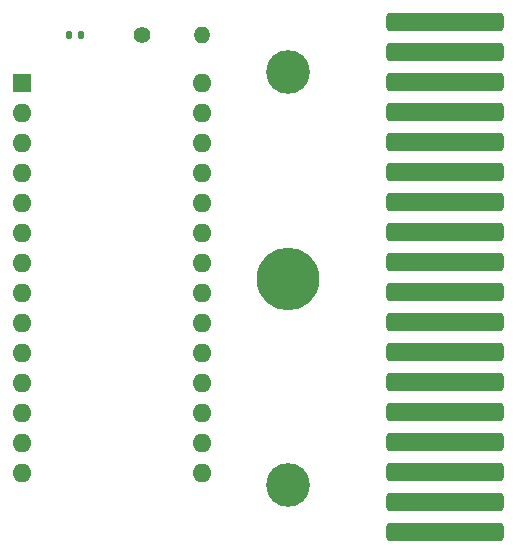
<source format=gts>
G04 #@! TF.GenerationSoftware,KiCad,Pcbnew,8.0.1*
G04 #@! TF.CreationDate,2024-04-03T00:25:32+02:00*
G04 #@! TF.ProjectId,vectrex_cart_v1,76656374-7265-4785-9f63-6172745f7631,V0.1*
G04 #@! TF.SameCoordinates,Original*
G04 #@! TF.FileFunction,Soldermask,Top*
G04 #@! TF.FilePolarity,Negative*
%FSLAX46Y46*%
G04 Gerber Fmt 4.6, Leading zero omitted, Abs format (unit mm)*
G04 Created by KiCad (PCBNEW 8.0.1) date 2024-04-03 00:25:32*
%MOMM*%
%LPD*%
G01*
G04 APERTURE LIST*
G04 Aperture macros list*
%AMRoundRect*
0 Rectangle with rounded corners*
0 $1 Rounding radius*
0 $2 $3 $4 $5 $6 $7 $8 $9 X,Y pos of 4 corners*
0 Add a 4 corners polygon primitive as box body*
4,1,4,$2,$3,$4,$5,$6,$7,$8,$9,$2,$3,0*
0 Add four circle primitives for the rounded corners*
1,1,$1+$1,$2,$3*
1,1,$1+$1,$4,$5*
1,1,$1+$1,$6,$7*
1,1,$1+$1,$8,$9*
0 Add four rect primitives between the rounded corners*
20,1,$1+$1,$2,$3,$4,$5,0*
20,1,$1+$1,$4,$5,$6,$7,0*
20,1,$1+$1,$6,$7,$8,$9,0*
20,1,$1+$1,$8,$9,$2,$3,0*%
G04 Aperture macros list end*
%ADD10C,5.300000*%
%ADD11RoundRect,0.135000X0.135000X0.185000X-0.135000X0.185000X-0.135000X-0.185000X0.135000X-0.185000X0*%
%ADD12RoundRect,0.400000X-4.600000X0.400000X-4.600000X-0.400000X4.600000X-0.400000X4.600000X0.400000X0*%
%ADD13C,3.700000*%
%ADD14C,1.400000*%
%ADD15O,1.400000X1.400000*%
%ADD16R,1.600000X1.600000*%
%ADD17O,1.600000X1.600000*%
G04 APERTURE END LIST*
D10*
X117517200Y-68105600D03*
D11*
X100010000Y-47500000D03*
X98990000Y-47500000D03*
D12*
X130810200Y-46400200D03*
X130810200Y-48940200D03*
X130810200Y-51480200D03*
X130810200Y-54020200D03*
X130810200Y-56560200D03*
X130810200Y-59100200D03*
X130810200Y-61640200D03*
X130810200Y-64180200D03*
X130810200Y-66720200D03*
X130810200Y-69260200D03*
X130810200Y-71800200D03*
X130810200Y-74340200D03*
X130810200Y-76880200D03*
X130810200Y-79420200D03*
X130810200Y-81960200D03*
X130810200Y-84500200D03*
X130810200Y-87040200D03*
X130810200Y-89580200D03*
D13*
X117517200Y-50605600D03*
X117517200Y-85605600D03*
D14*
X105210000Y-47500000D03*
D15*
X110290000Y-47500000D03*
D16*
X95000000Y-51500000D03*
D17*
X95000000Y-54040000D03*
X95000000Y-56580000D03*
X95000000Y-59120000D03*
X95000000Y-61660000D03*
X95000000Y-64200000D03*
X95000000Y-66740000D03*
X95000000Y-69280000D03*
X95000000Y-71820000D03*
X95000000Y-74360000D03*
X95000000Y-76900000D03*
X95000000Y-79440000D03*
X95000000Y-81980000D03*
X95000000Y-84520000D03*
X110240000Y-84520000D03*
X110240000Y-81980000D03*
X110240000Y-79440000D03*
X110240000Y-76900000D03*
X110240000Y-74360000D03*
X110240000Y-71820000D03*
X110240000Y-69280000D03*
X110240000Y-66740000D03*
X110240000Y-64200000D03*
X110240000Y-61660000D03*
X110240000Y-59120000D03*
X110240000Y-56580000D03*
X110240000Y-54040000D03*
X110240000Y-51500000D03*
M02*

</source>
